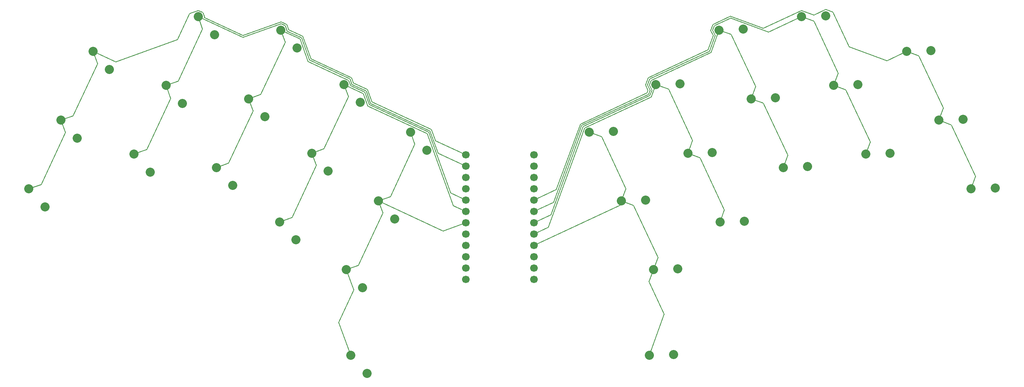
<source format=gtl>
%TF.GenerationSoftware,KiCad,Pcbnew,9.0.6*%
%TF.CreationDate,2025-12-10T21:36:36-06:00*%
%TF.ProjectId,keyboard,6b657962-6f61-4726-942e-6b696361645f,v1.0.0*%
%TF.SameCoordinates,Original*%
%TF.FileFunction,Copper,L1,Top*%
%TF.FilePolarity,Positive*%
%FSLAX46Y46*%
G04 Gerber Fmt 4.6, Leading zero omitted, Abs format (unit mm)*
G04 Created by KiCad (PCBNEW 9.0.6) date 2025-12-10 21:36:36*
%MOMM*%
%LPD*%
G01*
G04 APERTURE LIST*
%TA.AperFunction,ComponentPad*%
%ADD10C,1.700000*%
%TD*%
%TA.AperFunction,ComponentPad*%
%ADD11C,2.032000*%
%TD*%
%TA.AperFunction,Conductor*%
%ADD12C,0.200000*%
%TD*%
G04 APERTURE END LIST*
D10*
%TO.P,MCU1,1*%
%TO.N,RAW*%
X184262465Y-74539080D03*
%TO.P,MCU1,2*%
%TO.N,GND*%
X184262466Y-77079082D03*
%TO.P,MCU1,3*%
%TO.N,RST*%
X184262466Y-79619082D03*
%TO.P,MCU1,4*%
%TO.N,VCC*%
X184262466Y-82159082D03*
%TO.P,MCU1,5*%
%TO.N,P21*%
X184262466Y-84699082D03*
%TO.P,MCU1,6*%
%TO.N,P20*%
X184262466Y-87239082D03*
%TO.P,MCU1,7*%
%TO.N,P19*%
X184262466Y-89779082D03*
%TO.P,MCU1,8*%
%TO.N,P18*%
X184262466Y-92319082D03*
%TO.P,MCU1,9*%
%TO.N,P15*%
X184262466Y-94859082D03*
%TO.P,MCU1,10*%
%TO.N,P14*%
X184262466Y-97399082D03*
%TO.P,MCU1,11*%
%TO.N,P16*%
X184262463Y-99939084D03*
%TO.P,MCU1,12*%
%TO.N,P10*%
X184262466Y-102479082D03*
%TO.P,MCU1,13*%
%TO.N,P9*%
X169022466Y-102479082D03*
%TO.P,MCU1,14*%
%TO.N,P8*%
X169022467Y-99939084D03*
%TO.P,MCU1,15*%
%TO.N,P7*%
X169022466Y-97399082D03*
%TO.P,MCU1,16*%
%TO.N,P6*%
X169022466Y-94859082D03*
%TO.P,MCU1,17*%
%TO.N,P5*%
X169022466Y-92319082D03*
%TO.P,MCU1,18*%
%TO.N,P4*%
X169022466Y-89779082D03*
%TO.P,MCU1,19*%
%TO.N,P3*%
X169022466Y-87239082D03*
%TO.P,MCU1,20*%
%TO.N,P2*%
X169022466Y-84699082D03*
%TO.P,MCU1,21*%
%TO.N,GND*%
X169022466Y-82159082D03*
%TO.P,MCU1,22*%
X169022466Y-79619082D03*
%TO.P,MCU1,23*%
%TO.N,P0*%
X169022466Y-77079082D03*
%TO.P,MCU1,24*%
%TO.N,P1*%
X169022469Y-74539080D03*
%TD*%
D11*
%TO.P,S27,1*%
%TO.N,mirror_index_home*%
X224129213Y-73993442D03*
%TO.P,S27,2*%
%TO.N,P18*%
X218710175Y-74203287D03*
%TD*%
%TO.P,S21,1*%
%TO.N,mirror_ring_home*%
X256756294Y-58779188D03*
%TO.P,S21,2*%
%TO.N,P20*%
X251337256Y-58989033D03*
%TD*%
%TO.P,S23,1*%
%TO.N,mirror_middle_bottom*%
X245471912Y-77171378D03*
%TO.P,S23,2*%
%TO.N,P19*%
X240052874Y-77381223D03*
%TD*%
%TO.P,S30,1*%
%TO.N,mirror_inner_home*%
X209252573Y-84682020D03*
%TO.P,S30,2*%
%TO.N,P15*%
X203833535Y-84891865D03*
%TD*%
%TO.P,S22,1*%
%TO.N,mirror_ring_top*%
X249571780Y-43371955D03*
%TO.P,S22,2*%
%TO.N,P20*%
X244152742Y-43581800D03*
%TD*%
%TO.P,S13,1*%
%TO.N,inner_bottom*%
X145910939Y-104315433D03*
%TO.P,S13,2*%
%TO.N,P4*%
X142266899Y-100299095D03*
%TD*%
%TO.P,S19,1*%
%TO.N,mirror_pinky_top*%
X273069829Y-51172057D03*
%TO.P,S19,2*%
%TO.N,P21*%
X267650791Y-51381902D03*
%TD*%
%TO.P,S12,1*%
%TO.N,index_top*%
X145403325Y-62812393D03*
%TO.P,S12,2*%
%TO.N,P3*%
X141759285Y-58796055D03*
%TD*%
%TO.P,S20,1*%
%TO.N,mirror_ring_bottom*%
X263940802Y-74186418D03*
%TO.P,S20,2*%
%TO.N,P20*%
X258521764Y-74396263D03*
%TD*%
%TO.P,S14,1*%
%TO.N,inner_home*%
X153095451Y-88908200D03*
%TO.P,S14,2*%
%TO.N,P4*%
X149451411Y-84891862D03*
%TD*%
%TO.P,S2,1*%
%TO.N,pinky_home*%
X82093681Y-70805468D03*
%TO.P,S2,2*%
%TO.N,P1*%
X78449641Y-66789130D03*
%TD*%
%TO.P,S24,1*%
%TO.N,mirror_middle_home*%
X238287397Y-61764147D03*
%TO.P,S24,2*%
%TO.N,P19*%
X232868359Y-61973992D03*
%TD*%
%TO.P,S16,1*%
%TO.N,column_row*%
X146883202Y-123526231D03*
%TO.P,S16,2*%
%TO.N,P4*%
X143239162Y-119509893D03*
%TD*%
%TO.P,S10,1*%
%TO.N,index_bottom*%
X131034300Y-93626858D03*
%TO.P,S10,2*%
%TO.N,P3*%
X127390260Y-89610520D03*
%TD*%
%TO.P,S8,1*%
%TO.N,middle_home*%
X124060627Y-65990325D03*
%TO.P,S8,2*%
%TO.N,P2*%
X120416587Y-61973987D03*
%TD*%
%TO.P,S11,1*%
%TO.N,index_home*%
X138218808Y-78219624D03*
%TO.P,S11,2*%
%TO.N,P3*%
X134574768Y-74203286D03*
%TD*%
%TO.P,S25,1*%
%TO.N,mirror_middle_top*%
X231102888Y-46356909D03*
%TO.P,S25,2*%
%TO.N,P19*%
X225683850Y-46566754D03*
%TD*%
%TO.P,S26,1*%
%TO.N,mirror_index_bottom*%
X231313726Y-89400677D03*
%TO.P,S26,2*%
%TO.N,P18*%
X225894688Y-89610522D03*
%TD*%
%TO.P,S18,1*%
%TO.N,mirror_pinky_home*%
X280254347Y-66579289D03*
%TO.P,S18,2*%
%TO.N,P21*%
X274835309Y-66789134D03*
%TD*%
%TO.P,S1,1*%
%TO.N,pinky_bottom*%
X74909175Y-86212701D03*
%TO.P,S1,2*%
%TO.N,P1*%
X71265135Y-82196363D03*
%TD*%
%TO.P,S7,1*%
%TO.N,middle_bottom*%
X116876115Y-81397563D03*
%TO.P,S7,2*%
%TO.N,P2*%
X113232075Y-77381225D03*
%TD*%
%TO.P,S31,1*%
%TO.N,mirror_inner_top*%
X202068061Y-69274790D03*
%TO.P,S31,2*%
%TO.N,P15*%
X196649023Y-69484635D03*
%TD*%
%TO.P,S4,1*%
%TO.N,ring_bottom*%
X98407223Y-78412602D03*
%TO.P,S4,2*%
%TO.N,P0*%
X94763183Y-74396264D03*
%TD*%
%TO.P,S5,1*%
%TO.N,ring_home*%
X105591732Y-63005368D03*
%TO.P,S5,2*%
%TO.N,P0*%
X101947692Y-58989030D03*
%TD*%
%TO.P,S6,1*%
%TO.N,ring_top*%
X112776241Y-47598138D03*
%TO.P,S6,2*%
%TO.N,P0*%
X109132201Y-43581800D03*
%TD*%
%TO.P,S9,1*%
%TO.N,middle_top*%
X131245133Y-50583097D03*
%TO.P,S9,2*%
%TO.N,P2*%
X127601093Y-46566759D03*
%TD*%
%TO.P,S3,1*%
%TO.N,pinky_top*%
X89278192Y-55398238D03*
%TO.P,S3,2*%
%TO.N,P1*%
X85634152Y-51381900D03*
%TD*%
%TO.P,S15,1*%
%TO.N,inner_top*%
X160279958Y-73500970D03*
%TO.P,S15,2*%
%TO.N,P4*%
X156635918Y-69484632D03*
%TD*%
%TO.P,S32,1*%
%TO.N,mirror_column_row*%
X215464822Y-119300050D03*
%TO.P,S32,2*%
%TO.N,P15*%
X210045784Y-119509895D03*
%TD*%
%TO.P,S17,1*%
%TO.N,mirror_pinky_bottom*%
X287438851Y-81986519D03*
%TO.P,S17,2*%
%TO.N,P21*%
X282019813Y-82196364D03*
%TD*%
%TO.P,S28,1*%
%TO.N,mirror_index_top*%
X216944695Y-58586210D03*
%TO.P,S28,2*%
%TO.N,P18*%
X211525657Y-58796055D03*
%TD*%
%TO.P,S29,1*%
%TO.N,mirror_inner_bottom*%
X216437078Y-100089251D03*
%TO.P,S29,2*%
%TO.N,P15*%
X211018040Y-100299096D03*
%TD*%
D12*
%TO.N,P1*%
X148043140Y-62697237D02*
X161327161Y-68891681D01*
X90705916Y-53746903D02*
X104464188Y-48739301D01*
X86626200Y-54107531D02*
X81175268Y-65797089D01*
X85634151Y-51381901D02*
X90705916Y-53746903D01*
X110556354Y-43643975D02*
X110538308Y-43682679D01*
X143450296Y-57246531D02*
X143893355Y-58463825D01*
X162229777Y-71371595D02*
X169022470Y-74539076D01*
X143893355Y-58463825D02*
X147035615Y-59929087D01*
X127682204Y-44708979D02*
X128972101Y-45310468D01*
X161327161Y-68891681D02*
X162229777Y-71371595D01*
X110587556Y-43817987D02*
X119154490Y-47812812D01*
X107193708Y-42885830D02*
X109194378Y-42157642D01*
X81175268Y-65797089D02*
X78449639Y-66789134D01*
X85634151Y-51381903D02*
X86626200Y-54107531D01*
X109194378Y-42157642D02*
X110183197Y-42618739D01*
X78449639Y-66789134D02*
X79441686Y-69514761D01*
X132552640Y-47979897D02*
X134387214Y-53020347D01*
X129410381Y-46514640D02*
X132552640Y-47979897D01*
X147035615Y-59929087D02*
X148043140Y-62697237D01*
X104464188Y-48739301D02*
X107193708Y-42885830D01*
X119154490Y-47812812D02*
X127682204Y-44708979D01*
X110183197Y-42618739D02*
X110556354Y-43643975D01*
X128972101Y-45310468D02*
X129410381Y-46514640D01*
X79441686Y-69514761D02*
X73990755Y-81204318D01*
X73990755Y-81204318D02*
X71265133Y-82196365D01*
X110538308Y-43682679D02*
X110587556Y-43817987D01*
X134387214Y-53020347D02*
X143450296Y-57246531D01*
%TO.N,P0*%
X109132201Y-43581801D02*
X119135556Y-48246439D01*
X101947690Y-58989031D02*
X103001668Y-61884816D01*
X97658968Y-73342286D02*
X94763178Y-74396266D01*
X143130287Y-57539762D02*
X143573348Y-58757060D01*
X146715605Y-60222318D02*
X147723131Y-62990475D01*
X109132199Y-43581801D02*
X110124251Y-46307427D01*
X161007158Y-69184914D02*
X162829275Y-74191148D01*
X103001668Y-61884816D02*
X97658968Y-73342286D01*
X127663271Y-45142604D02*
X128652094Y-45603697D01*
X134067208Y-53313578D02*
X143130287Y-57539762D01*
X162829275Y-74191148D02*
X169022471Y-77079080D01*
X110124251Y-46307427D02*
X104673313Y-57996981D01*
X132237409Y-48286252D02*
X134067208Y-53313578D01*
X147723131Y-62990475D02*
X161007158Y-69184914D01*
X129095151Y-46820992D02*
X132237409Y-48286252D01*
X104673313Y-57996981D02*
X101947690Y-58989031D01*
X119135556Y-48246439D02*
X127663271Y-45142604D01*
X143573348Y-58757060D02*
X146715605Y-60222318D01*
X128652094Y-45603697D02*
X129095151Y-46820992D01*
%TO.N,P2*%
X133747201Y-53606812D02*
X142810278Y-57832995D01*
X121408628Y-64699616D02*
X115957699Y-76389180D01*
X128593140Y-49292392D02*
X123142213Y-60981943D01*
X120416579Y-61973986D02*
X121408628Y-64699616D01*
X115957699Y-76389180D02*
X113232074Y-77381222D01*
X143253341Y-59050289D02*
X146395599Y-60515551D01*
X127601095Y-46566758D02*
X131917401Y-48579484D01*
X142810278Y-57832995D02*
X143253341Y-59050289D01*
X160687145Y-69478145D02*
X165655698Y-83129128D01*
X147403123Y-63283704D02*
X160687145Y-69478145D01*
X123142213Y-60981943D02*
X120416579Y-61973986D01*
X127601092Y-46566756D02*
X128593140Y-49292392D01*
X165655698Y-83129128D02*
X169022470Y-84699080D01*
X131917401Y-48579484D02*
X133747201Y-53606812D01*
X146395599Y-60515551D02*
X147403123Y-63283704D01*
%TO.N,P3*%
X137300397Y-73211245D02*
X134574769Y-74203289D01*
X147083116Y-63576934D02*
X146075590Y-60808782D01*
X166255195Y-85948679D02*
X160367138Y-69771377D01*
X134574769Y-74203289D02*
X135566815Y-76928917D01*
X142751328Y-61521684D02*
X137300397Y-73211245D01*
X141759285Y-58796060D02*
X142751328Y-61521684D01*
X169022469Y-87239079D02*
X166255195Y-85948679D01*
X130115890Y-88618476D02*
X127390260Y-89610525D01*
X146075590Y-60808782D02*
X141759284Y-58796056D01*
X135566815Y-76928917D02*
X130115890Y-88618476D01*
X160367138Y-69771377D02*
X147083116Y-63576934D01*
%TO.N,P4*%
X157627964Y-72210263D02*
X152177033Y-83899818D01*
X163917051Y-91637301D02*
X169022469Y-89779079D01*
X144992528Y-99307047D02*
X142266898Y-100299099D01*
X149451409Y-84891863D02*
X163917051Y-91637301D01*
X142266897Y-100299097D02*
X143919666Y-104840037D01*
X143919666Y-104840037D02*
X140538721Y-112090497D01*
X140538721Y-112090497D02*
X143239162Y-119509894D01*
X156635918Y-69484631D02*
X157627964Y-72210263D01*
X152177033Y-83899818D02*
X149451411Y-84891863D01*
X149451411Y-84891863D02*
X150443451Y-87617492D01*
X150443451Y-87617492D02*
X144992528Y-99307047D01*
%TO.N,P21*%
X209234252Y-58896100D02*
X209781720Y-60070149D01*
X246881308Y-43173395D02*
X244090563Y-42157647D01*
X267650793Y-51381902D02*
X270376420Y-52373950D01*
X209558108Y-60684517D02*
X194638004Y-67641877D01*
X249509600Y-41947802D02*
X246881308Y-43173395D01*
X223214037Y-51007617D02*
X209834645Y-57246531D01*
X274835305Y-66789132D02*
X277680000Y-67824513D01*
X224373538Y-47821917D02*
X223214037Y-51007617D01*
X251178038Y-42555063D02*
X249509600Y-41947802D01*
X254803291Y-50329441D02*
X251178038Y-42555063D01*
X283055194Y-79351673D02*
X282019812Y-82196366D01*
X235541458Y-46144161D02*
X228231032Y-43483382D01*
X189281535Y-82358651D02*
X184262466Y-84699080D01*
X209781720Y-60070149D02*
X209558108Y-60684517D01*
X263286411Y-53417045D02*
X254803291Y-50329441D01*
X277680000Y-67824513D02*
X283055194Y-79351673D01*
X267650791Y-51381902D02*
X263286411Y-53417045D01*
X209834645Y-57246531D02*
X209234252Y-58896100D01*
X224312845Y-45310463D02*
X223826071Y-46647868D01*
X194638004Y-67641877D02*
X189281535Y-82358651D01*
X275827352Y-64063511D02*
X274835305Y-66789132D01*
X244090563Y-42157647D02*
X235541458Y-46144161D01*
X228231032Y-43483382D02*
X224312845Y-45310463D01*
X270376420Y-52373950D02*
X275827352Y-64063511D01*
X223826071Y-46647868D02*
X224373538Y-47821917D01*
%TO.N,P20*%
X209667878Y-58877169D02*
X210215346Y-60051217D01*
X246878371Y-44573843D02*
X252329301Y-56263405D01*
X244152742Y-43581799D02*
X236777685Y-47020846D01*
X224632852Y-45603694D02*
X224259696Y-46628935D01*
X236777685Y-47020846D02*
X228249963Y-43917008D01*
X251337255Y-58989035D02*
X254062883Y-59981082D01*
X259513812Y-71670631D02*
X258521763Y-74396264D01*
X224807163Y-47802984D02*
X223534045Y-51300851D01*
X209878115Y-60977752D02*
X194958011Y-67935108D01*
X194958011Y-67935108D02*
X188682039Y-85178201D01*
X254062883Y-59981082D02*
X259513812Y-71670631D01*
X210154652Y-57539763D02*
X209667878Y-58877169D01*
X210215346Y-60051217D02*
X209878115Y-60977752D01*
X228249963Y-43917008D02*
X224632852Y-45603694D01*
X244152746Y-43581800D02*
X246878371Y-44573843D01*
X223534045Y-51300851D02*
X210154652Y-57539763D01*
X188682039Y-85178201D02*
X184262468Y-87239081D01*
X252329301Y-56263405D02*
X251337255Y-58989035D01*
X224259696Y-46628935D02*
X224807163Y-47802984D01*
%TO.N,P19*%
X210198122Y-61270983D02*
X210648973Y-60032285D01*
X228409478Y-47558807D02*
X233860411Y-59248357D01*
X210101504Y-58858236D02*
X210474662Y-57832995D01*
X195278018Y-68228343D02*
X210198122Y-61270983D01*
X233860411Y-59248357D02*
X232868361Y-61973995D01*
X235593986Y-62966041D02*
X241044920Y-74655601D01*
X210474662Y-57832995D02*
X223854051Y-51594083D01*
X225683852Y-46566757D02*
X228409478Y-47558807D01*
X223854051Y-51594083D02*
X225683850Y-46566754D01*
X232868361Y-61973995D02*
X235593986Y-62966041D01*
X184262467Y-89779081D02*
X188082543Y-87997750D01*
X241044920Y-74655601D02*
X240052872Y-77381220D01*
X210648973Y-60032285D02*
X210101504Y-58858236D01*
X188082543Y-87997750D02*
X195278018Y-68228343D01*
%TO.N,P18*%
X226886730Y-86884893D02*
X225894685Y-89610522D01*
X219745556Y-71358591D02*
X218710171Y-74203287D01*
X184262467Y-92319084D02*
X187483046Y-90817303D01*
X218710171Y-74203287D02*
X221435801Y-75195334D01*
X221435801Y-75195334D02*
X226886730Y-86884893D01*
X214370363Y-59831446D02*
X219745556Y-71358591D01*
X195598027Y-68521574D02*
X210518132Y-61564215D01*
X187483046Y-90817303D02*
X195598027Y-68521574D01*
X210518132Y-61564215D02*
X211525658Y-58796056D01*
X211525658Y-58796056D02*
X214370363Y-59831446D01*
%TO.N,P15*%
X210025996Y-103024722D02*
X213406943Y-110275190D01*
X184262468Y-94859082D02*
X203464832Y-85904871D01*
X204825581Y-82166236D02*
X203833534Y-84891864D01*
X196649026Y-69484632D02*
X199374654Y-70476681D01*
X206559157Y-85883916D02*
X212010087Y-97573473D01*
X203833534Y-84891864D02*
X206559157Y-85883916D01*
X203464832Y-85904871D02*
X203833534Y-84891866D01*
X211018041Y-100299094D02*
X210025996Y-103024722D01*
X199374654Y-70476681D02*
X204825581Y-82166236D01*
X212010087Y-97573473D02*
X211018048Y-100299101D01*
X213406943Y-110275190D02*
X210045785Y-119509896D01*
%TD*%
M02*

</source>
